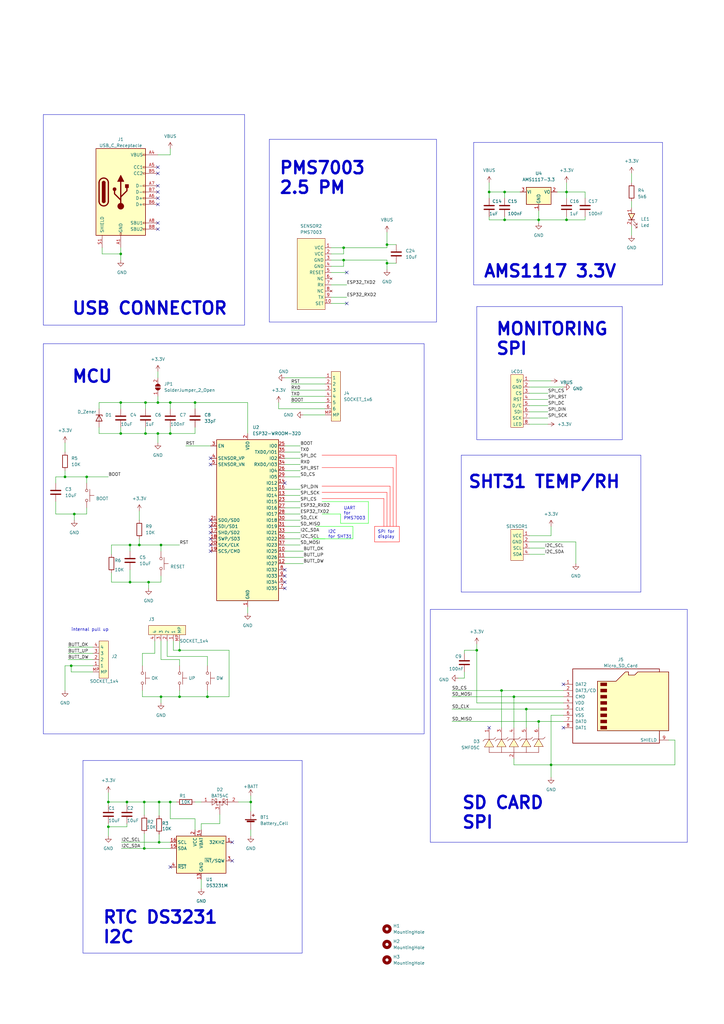
<source format=kicad_sch>
(kicad_sch (version 20230121) (generator eeschema)
  (paper "A3" portrait)
  (junction (at 232.41 78.74))
  (junction (at 44.45 339.09))
  (junction (at 207.01 90.17))
  (junction (at 64.77 177.8))
  (junction (at 69.85 177.8))
  (junction (at 59.69 165.1))
  (junction (at 226.06 313.69))
  (junction (at 80.01 165.1))
  (junction (at 215.9 290.83))
  (junction (at 200.66 78.74))
  (junction (at 59.182 328.93))
  (junction (at 195.58 266.7))
  (junction (at 52.07 328.93))
  (junction (at 210.82 285.75))
  (junction (at 49.53 104.14))
  (junction (at 73.66 285.75))
  (junction (at 85.09 285.75))
  (junction (at 140.97 106.68))
  (junction (at 73.66 266.7))
  (junction (at 65.278 328.93))
  (junction (at 158.75 100.33))
  (junction (at 65.278 345.44))
  (junction (at 158.75 107.95))
  (junction (at 140.97 101.6))
  (junction (at 57.15 223.52))
  (junction (at 69.85 165.1))
  (junction (at 53.34 238.76))
  (junction (at 205.74 283.21))
  (junction (at 59.182 347.98))
  (junction (at 53.34 223.52))
  (junction (at 207.01 78.74))
  (junction (at 49.53 165.1))
  (junction (at 30.48 210.82))
  (junction (at 220.98 90.17))
  (junction (at 66.04 223.52))
  (junction (at 59.69 177.8))
  (junction (at 29.21 273.05))
  (junction (at 64.77 165.1))
  (junction (at 60.96 238.76))
  (junction (at 44.45 328.93))
  (junction (at 232.41 90.17))
  (junction (at 66.04 285.75))
  (junction (at 35.56 195.58))
  (junction (at 26.67 195.58))
  (junction (at 49.53 177.8))
  (junction (at 220.98 295.91))
  (junction (at 102.87 328.93))
  (junction (at 69.85 328.93))
  (no_connect (at 116.84 236.22))
  (no_connect (at 64.77 93.98))
  (no_connect (at 64.77 68.58))
  (no_connect (at 95.25 345.44))
  (no_connect (at 142.24 111.76))
  (no_connect (at 86.36 213.36))
  (no_connect (at 64.77 71.12))
  (no_connect (at 116.84 241.3))
  (no_connect (at 86.36 223.52))
  (no_connect (at 116.84 238.76))
  (no_connect (at 116.84 198.12))
  (no_connect (at 86.36 190.5))
  (no_connect (at 64.77 83.82))
  (no_connect (at 86.36 220.98))
  (no_connect (at 86.36 218.44))
  (no_connect (at 142.24 124.46))
  (no_connect (at 64.77 76.2))
  (no_connect (at 64.77 78.74))
  (no_connect (at 231.14 280.67))
  (no_connect (at 116.84 233.68))
  (no_connect (at 86.36 215.9))
  (no_connect (at 69.85 355.6))
  (no_connect (at 64.77 81.28))
  (no_connect (at 86.36 187.96))
  (no_connect (at 86.36 226.06))
  (no_connect (at 64.77 91.44))
  (no_connect (at 95.25 353.06))
  (no_connect (at 231.14 298.45))
  (no_connect (at 200.66 298.45))
  (wire (pts (xy 158.75 95.25) (xy 158.75 100.33)))
  (wire (pts (xy 69.85 177.8) (xy 69.85 175.26)))
  (wire (pts (xy 185.42 295.91) (xy 220.98 295.91)))
  (wire (pts (xy 142.24 116.84) (xy 135.89 116.84)))
  (wire (pts (xy 217.17 173.99) (xy 224.79 173.99)))
  (wire (pts (xy 259.08 92.71) (xy 259.08 96.52)))
  (wire (pts (xy 80.01 335.788) (xy 69.85 335.788)))
  (wire (pts (xy 53.34 233.68) (xy 53.34 238.76)))
  (wire (pts (xy 73.66 270.51) (xy 73.66 273.05)))
  (wire (pts (xy 200.66 81.28) (xy 200.66 78.74)))
  (polyline (pts (xy 17.78 140.97) (xy 173.99 140.97)))
  (wire (pts (xy 53.34 238.76) (xy 60.96 238.76)))
  (polyline (pts (xy 110.49 57.15) (xy 110.49 132.08)))
  (wire (pts (xy 59.69 165.1) (xy 59.69 167.64)))
  (wire (pts (xy 217.17 163.83) (xy 224.79 163.83)))
  (wire (pts (xy 116.84 220.98) (xy 123.19 220.98)))
  (wire (pts (xy 69.85 328.93) (xy 69.85 335.788)))
  (wire (pts (xy 49.53 165.1) (xy 49.53 167.64)))
  (wire (pts (xy 49.784 345.44) (xy 65.278 345.44)))
  (wire (pts (xy 217.17 166.37) (xy 224.79 166.37)))
  (wire (pts (xy 210.82 285.75) (xy 210.82 298.45)))
  (wire (pts (xy 69.85 60.96) (xy 69.85 63.5)))
  (wire (pts (xy 116.84 205.74) (xy 123.19 205.74)))
  (wire (pts (xy 66.04 270.51) (xy 66.04 262.89)))
  (wire (pts (xy 40.64 177.8) (xy 49.53 177.8)))
  (wire (pts (xy 158.75 107.95) (xy 158.75 110.49)))
  (wire (pts (xy 64.77 165.1) (xy 69.85 165.1)))
  (wire (pts (xy 49.53 177.8) (xy 49.53 175.26)))
  (wire (pts (xy 158.75 107.95) (xy 162.56 107.95)))
  (wire (pts (xy 38.1 275.59) (xy 29.21 275.59)))
  (wire (pts (xy 274.32 303.53) (xy 276.86 303.53)))
  (wire (pts (xy 73.66 270.51) (xy 66.04 270.51)))
  (wire (pts (xy 93.98 285.75) (xy 85.09 285.75)))
  (wire (pts (xy 116.84 213.36) (xy 123.19 213.36)))
  (wire (pts (xy 65.278 345.44) (xy 69.85 345.44)))
  (polyline (pts (xy 271.78 116.84) (xy 271.78 58.42)))
  (polyline (pts (xy 262.89 242.824) (xy 262.89 186.69)))
  (wire (pts (xy 53.34 223.52) (xy 53.34 226.06)))
  (wire (pts (xy 220.98 90.17) (xy 220.98 91.44)))
  (polyline (pts (xy 173.99 140.97) (xy 173.99 300.99)))
  (wire (pts (xy 49.784 347.98) (xy 59.182 347.98)))
  (wire (pts (xy 58.42 267.97) (xy 58.42 273.05)))
  (polyline (pts (xy 189.23 186.69) (xy 189.23 242.824)))
  (wire (pts (xy 232.41 78.74) (xy 228.6 78.74)))
  (polyline (pts (xy 139.7 210.82) (xy 139.7 214.63)) (stroke (width 0) (color 0 255 0 1)))
  (wire (pts (xy 82.55 337.82) (xy 82.55 340.36)))
  (wire (pts (xy 26.67 181.61) (xy 26.67 185.42)))
  (wire (pts (xy 45.72 234.95) (xy 45.72 238.76)))
  (polyline (pts (xy 176.53 249.936) (xy 176.53 345.44)))
  (polyline (pts (xy 129.54 215.9) (xy 144.78 215.9)) (stroke (width 0) (color 0 255 0 1)))
  (wire (pts (xy 40.64 167.64) (xy 40.64 165.1)))
  (wire (pts (xy 119.38 157.48) (xy 133.35 157.48)))
  (polyline (pts (xy 132.08 205.74) (xy 151.13 205.74)) (stroke (width 0) (color 0 255 0 1)))
  (wire (pts (xy 49.53 177.8) (xy 59.69 177.8)))
  (wire (pts (xy 40.64 165.1) (xy 49.53 165.1)))
  (wire (pts (xy 59.69 165.1) (xy 64.77 165.1)))
  (wire (pts (xy 114.3 167.64) (xy 114.3 165.1)))
  (wire (pts (xy 102.87 328.93) (xy 97.79 328.93)))
  (wire (pts (xy 22.86 210.82) (xy 30.48 210.82)))
  (wire (pts (xy 259.08 82.55) (xy 259.08 85.09)))
  (wire (pts (xy 64.77 177.8) (xy 64.77 181.61)))
  (wire (pts (xy 116.84 190.5) (xy 123.19 190.5)))
  (wire (pts (xy 217.17 222.25) (xy 236.22 222.25)))
  (wire (pts (xy 68.58 269.24) (xy 85.09 269.24)))
  (wire (pts (xy 73.66 285.75) (xy 85.09 285.75)))
  (wire (pts (xy 27.94 265.43) (xy 38.1 265.43)))
  (wire (pts (xy 52.07 328.93) (xy 52.07 330.2)))
  (wire (pts (xy 200.66 78.74) (xy 207.01 78.74)))
  (wire (pts (xy 215.9 290.83) (xy 215.9 298.45)))
  (polyline (pts (xy 161.29 191.77) (xy 161.29 215.9)) (stroke (width 0) (color 255 0 0 1)))
  (wire (pts (xy 41.91 104.14) (xy 49.53 104.14)))
  (wire (pts (xy 80.01 177.8) (xy 80.01 175.26)))
  (wire (pts (xy 102.87 332.74) (xy 102.87 328.93)))
  (polyline (pts (xy 158.75 201.93) (xy 158.75 215.9)) (stroke (width 0) (color 255 0 0 1)))
  (polyline (pts (xy 173.99 300.99) (xy 17.78 300.99)))
  (wire (pts (xy 116.84 154.94) (xy 133.35 154.94)))
  (polyline (pts (xy 281.94 345.44) (xy 281.94 249.936)))
  (wire (pts (xy 195.58 264.16) (xy 195.58 266.7)))
  (wire (pts (xy 93.98 266.7) (xy 93.98 285.75)))
  (wire (pts (xy 116.84 193.04) (xy 123.19 193.04)))
  (wire (pts (xy 217.17 161.29) (xy 224.79 161.29)))
  (wire (pts (xy 44.45 339.09) (xy 44.45 342.9)))
  (wire (pts (xy 64.77 152.4) (xy 64.77 154.94)))
  (wire (pts (xy 116.84 200.66) (xy 123.19 200.66)))
  (wire (pts (xy 116.84 210.82) (xy 123.19 210.82)))
  (wire (pts (xy 102.87 340.36) (xy 102.87 342.9)))
  (wire (pts (xy 59.182 341.884) (xy 59.182 347.98)))
  (polyline (pts (xy 189.23 242.824) (xy 262.89 242.824)))
  (wire (pts (xy 41.91 101.6) (xy 41.91 104.14)))
  (wire (pts (xy 101.6 165.1) (xy 80.01 165.1)))
  (wire (pts (xy 135.89 101.6) (xy 140.97 101.6)))
  (wire (pts (xy 217.17 227.33) (xy 223.52 227.33)))
  (wire (pts (xy 276.86 313.69) (xy 226.06 313.69)))
  (wire (pts (xy 190.5 275.59) (xy 190.5 278.13)))
  (wire (pts (xy 45.72 223.52) (xy 53.34 223.52)))
  (wire (pts (xy 232.41 88.9) (xy 232.41 90.17)))
  (polyline (pts (xy 153.67 215.9) (xy 153.67 222.25)) (stroke (width 0) (color 255 0 0 1)))
  (wire (pts (xy 240.03 90.17) (xy 232.41 90.17)))
  (wire (pts (xy 140.97 109.22) (xy 140.97 106.68)))
  (wire (pts (xy 59.182 328.93) (xy 59.182 334.264)))
  (wire (pts (xy 26.67 273.05) (xy 26.67 283.21)))
  (polyline (pts (xy 123.952 390.906) (xy 123.952 311.912)))
  (wire (pts (xy 60.96 238.76) (xy 60.96 241.3)))
  (wire (pts (xy 38.1 273.05) (xy 29.21 273.05)))
  (polyline (pts (xy 100.33 133.35) (xy 100.33 46.99)))
  (polyline (pts (xy 160.02 199.39) (xy 160.02 215.9)) (stroke (width 0) (color 255 0 0 1)))
  (polyline (pts (xy 157.48 204.47) (xy 157.48 215.9)) (stroke (width 0) (color 255 0 0 1)))
  (wire (pts (xy 158.75 106.68) (xy 158.75 107.95)))
  (polyline (pts (xy 195.58 125.73) (xy 255.27 125.73)))
  (wire (pts (xy 35.56 210.82) (xy 30.48 210.82)))
  (wire (pts (xy 210.82 285.75) (xy 231.14 285.75)))
  (wire (pts (xy 158.75 100.33) (xy 162.56 100.33)))
  (wire (pts (xy 210.82 313.69) (xy 226.06 313.69)))
  (wire (pts (xy 69.85 177.8) (xy 80.01 177.8)))
  (wire (pts (xy 116.84 187.96) (xy 123.19 187.96)))
  (wire (pts (xy 226.06 313.69) (xy 226.06 318.77)))
  (wire (pts (xy 69.85 165.1) (xy 80.01 165.1)))
  (wire (pts (xy 217.17 219.71) (xy 226.06 219.71)))
  (wire (pts (xy 73.66 266.7) (xy 93.98 266.7)))
  (wire (pts (xy 59.182 347.98) (xy 69.85 347.98)))
  (wire (pts (xy 116.84 182.88) (xy 123.19 182.88)))
  (wire (pts (xy 195.58 288.29) (xy 195.58 266.7)))
  (polyline (pts (xy 132.08 199.39) (xy 160.02 199.39)) (stroke (width 0) (color 255 0 0 1)))
  (wire (pts (xy 80.01 340.36) (xy 80.01 335.788)))
  (polyline (pts (xy 132.08 201.93) (xy 158.75 201.93)) (stroke (width 0) (color 255 0 0 1)))
  (wire (pts (xy 90.17 337.82) (xy 82.55 337.82)))
  (polyline (pts (xy 144.78 215.9) (xy 144.78 218.44)) (stroke (width 0) (color 0 255 0 1)))
  (wire (pts (xy 140.97 106.68) (xy 158.75 106.68)))
  (wire (pts (xy 236.22 222.25) (xy 236.22 231.14)))
  (polyline (pts (xy 132.08 186.69) (xy 162.56 186.69)) (stroke (width 0) (color 255 0 0 1)))
  (wire (pts (xy 185.42 290.83) (xy 215.9 290.83)))
  (wire (pts (xy 226.06 293.37) (xy 226.06 313.69)))
  (wire (pts (xy 158.75 100.33) (xy 158.75 101.6)))
  (polyline (pts (xy 110.49 132.08) (xy 179.07 132.08)))
  (wire (pts (xy 232.41 90.17) (xy 220.98 90.17)))
  (wire (pts (xy 85.09 269.24) (xy 85.09 273.05)))
  (wire (pts (xy 65.278 328.93) (xy 69.85 328.93)))
  (wire (pts (xy 44.45 337.82) (xy 44.45 339.09)))
  (wire (pts (xy 52.07 337.82) (xy 52.07 339.09)))
  (wire (pts (xy 44.45 328.93) (xy 44.45 330.2)))
  (wire (pts (xy 59.69 177.8) (xy 64.77 177.8)))
  (wire (pts (xy 65.278 342.138) (xy 65.278 345.44)))
  (wire (pts (xy 116.84 218.44) (xy 123.19 218.44)))
  (polyline (pts (xy 151.13 214.63) (xy 151.13 205.74)) (stroke (width 0) (color 0 255 0 1)))
  (wire (pts (xy 58.42 285.75) (xy 66.04 285.75)))
  (wire (pts (xy 135.89 109.22) (xy 140.97 109.22)))
  (wire (pts (xy 205.74 283.21) (xy 205.74 298.45)))
  (wire (pts (xy 207.01 88.9) (xy 207.01 90.17)))
  (wire (pts (xy 119.38 162.56) (xy 133.35 162.56)))
  (wire (pts (xy 66.04 238.76) (xy 66.04 236.22)))
  (wire (pts (xy 101.6 177.8) (xy 101.6 165.1)))
  (wire (pts (xy 30.48 210.82) (xy 30.48 213.36)))
  (wire (pts (xy 116.84 226.06) (xy 124.46 226.06)))
  (polyline (pts (xy 132.08 210.82) (xy 139.7 210.82)) (stroke (width 0) (color 0 255 0 1)))
  (wire (pts (xy 135.89 104.14) (xy 140.97 104.14)))
  (wire (pts (xy 217.17 168.91) (xy 224.79 168.91)))
  (wire (pts (xy 66.04 223.52) (xy 66.04 226.06)))
  (wire (pts (xy 68.58 262.89) (xy 68.58 269.24)))
  (polyline (pts (xy 110.49 57.15) (xy 179.07 57.15)))
  (polyline (pts (xy 144.78 220.98) (xy 128.27 220.98)) (stroke (width 0) (color 0 255 0 1)))
  (polyline (pts (xy 34.036 311.912) (xy 34.036 390.906)))
  (polyline (pts (xy 128.27 220.98) (xy 133.35 220.98)) (stroke (width 0) (color 0 255 0 1)))
  (polyline (pts (xy 144.78 218.44) (xy 144.78 220.98)) (stroke (width 0) (color 0 255 0 1)))
  (wire (pts (xy 82.55 360.68) (xy 82.55 364.49)))
  (wire (pts (xy 35.56 195.58) (xy 44.45 195.58)))
  (wire (pts (xy 210.82 313.69) (xy 210.82 311.15)))
  (polyline (pts (xy 34.036 311.912) (xy 123.952 311.912)))
  (polyline (pts (xy 17.78 140.97) (xy 17.78 300.99)))
  (wire (pts (xy 232.41 74.93) (xy 232.41 78.74)))
  (wire (pts (xy 200.66 90.17) (xy 207.01 90.17)))
  (wire (pts (xy 217.17 156.21) (xy 226.06 156.21)))
  (polyline (pts (xy 132.08 204.47) (xy 157.48 204.47)) (stroke (width 0) (color 255 0 0 1)))
  (wire (pts (xy 60.96 238.76) (xy 66.04 238.76)))
  (wire (pts (xy 240.03 78.74) (xy 232.41 78.74)))
  (wire (pts (xy 44.45 328.93) (xy 52.07 328.93)))
  (wire (pts (xy 45.72 238.76) (xy 53.34 238.76)))
  (wire (pts (xy 63.5 262.89) (xy 63.5 267.97)))
  (wire (pts (xy 200.66 74.93) (xy 200.66 78.74)))
  (wire (pts (xy 133.35 167.64) (xy 114.3 167.64)))
  (wire (pts (xy 40.64 175.26) (xy 40.64 177.8)))
  (wire (pts (xy 73.66 283.21) (xy 73.66 285.75)))
  (wire (pts (xy 116.84 208.28) (xy 123.19 208.28)))
  (wire (pts (xy 135.89 106.68) (xy 140.97 106.68)))
  (wire (pts (xy 116.84 228.6) (xy 124.46 228.6)))
  (polyline (pts (xy 162.56 186.69) (xy 162.56 215.9)) (stroke (width 0) (color 255 0 0 1)))
  (polyline (pts (xy 17.78 46.99) (xy 17.78 133.35)))
  (polyline (pts (xy 17.78 133.35) (xy 100.33 133.35)))
  (wire (pts (xy 26.67 193.04) (xy 26.67 195.58)))
  (wire (pts (xy 85.09 283.21) (xy 85.09 285.75)))
  (polyline (pts (xy 176.53 345.44) (xy 281.94 345.44)))
  (wire (pts (xy 135.89 124.46) (xy 142.24 124.46)))
  (polyline (pts (xy 132.08 191.77) (xy 161.29 191.77)) (stroke (width 0) (color 255 0 0 1)))
  (wire (pts (xy 80.01 165.1) (xy 80.01 167.64)))
  (wire (pts (xy 116.84 195.58) (xy 123.19 195.58)))
  (wire (pts (xy 116.84 185.42) (xy 123.19 185.42)))
  (wire (pts (xy 101.6 248.92) (xy 101.6 251.46)))
  (wire (pts (xy 119.38 160.02) (xy 133.35 160.02)))
  (wire (pts (xy 205.74 283.21) (xy 231.14 283.21)))
  (wire (pts (xy 207.01 78.74) (xy 207.01 81.28)))
  (wire (pts (xy 29.21 273.05) (xy 26.67 273.05)))
  (polyline (pts (xy 144.78 218.44) (xy 144.78 218.44)) (stroke (width 0) (color 0 255 0 1)))
  (polyline (pts (xy 153.67 222.25) (xy 158.75 222.25)) (stroke (width 0) (color 255 0 0 1)))
  (polyline (pts (xy 195.58 125.73) (xy 195.58 180.34)))
  (wire (pts (xy 217.17 224.79) (xy 223.52 224.79)))
  (wire (pts (xy 142.24 121.92) (xy 135.89 121.92)))
  (wire (pts (xy 26.67 195.58) (xy 35.56 195.58)))
  (polyline (pts (xy 163.83 215.9) (xy 153.67 215.9)) (stroke (width 0) (color 255 0 0 1)))
  (wire (pts (xy 49.53 101.6) (xy 49.53 104.14)))
  (wire (pts (xy 135.89 111.76) (xy 142.24 111.76)))
  (wire (pts (xy 52.07 339.09) (xy 44.45 339.09)))
  (wire (pts (xy 185.42 285.75) (xy 210.82 285.75)))
  (wire (pts (xy 90.17 334.01) (xy 90.17 337.82)))
  (wire (pts (xy 190.5 266.7) (xy 195.58 266.7)))
  (wire (pts (xy 140.97 101.6) (xy 158.75 101.6)))
  (wire (pts (xy 29.21 275.59) (xy 29.21 273.05)))
  (wire (pts (xy 73.66 285.75) (xy 66.04 285.75)))
  (wire (pts (xy 102.87 326.39) (xy 102.87 328.93)))
  (polyline (pts (xy 139.7 214.63) (xy 151.13 214.63)) (stroke (width 0) (color 0 255 0 1)))
  (wire (pts (xy 44.45 325.12) (xy 44.45 328.93)))
  (wire (pts (xy 66.04 285.75) (xy 66.04 288.29)))
  (wire (pts (xy 200.66 88.9) (xy 200.66 90.17)))
  (wire (pts (xy 49.53 104.14) (xy 49.53 106.68)))
  (wire (pts (xy 140.97 104.14) (xy 140.97 101.6)))
  (wire (pts (xy 69.85 165.1) (xy 69.85 167.64)))
  (polyline (pts (xy 271.78 58.42) (xy 194.31 58.42)))
  (wire (pts (xy 58.42 283.21) (xy 58.42 285.75)))
  (polyline (pts (xy 255.27 180.34) (xy 195.58 180.34)))
  (wire (pts (xy 35.56 208.28) (xy 35.56 210.82)))
  (wire (pts (xy 45.72 227.33) (xy 45.72 223.52)))
  (wire (pts (xy 22.86 205.74) (xy 22.86 210.82)))
  (polyline (pts (xy 194.31 116.84) (xy 271.78 116.84)))
  (wire (pts (xy 276.86 303.53) (xy 276.86 313.69)))
  (wire (pts (xy 35.56 195.58) (xy 35.56 198.12)))
  (wire (pts (xy 259.08 71.12) (xy 259.08 74.93)))
  (wire (pts (xy 220.98 295.91) (xy 231.14 295.91)))
  (wire (pts (xy 71.12 266.7) (xy 73.66 266.7)))
  (wire (pts (xy 190.5 267.97) (xy 190.5 266.7)))
  (wire (pts (xy 63.5 267.97) (xy 58.42 267.97)))
  (wire (pts (xy 119.38 165.1) (xy 133.35 165.1)))
  (wire (pts (xy 240.03 88.9) (xy 240.03 90.17)))
  (wire (pts (xy 73.66 262.89) (xy 73.66 266.7)))
  (wire (pts (xy 185.42 283.21) (xy 205.74 283.21)))
  (wire (pts (xy 64.77 63.5) (xy 69.85 63.5)))
  (polyline (pts (xy 176.53 249.936) (xy 281.94 249.936)))
  (polyline (pts (xy 255.27 125.73) (xy 255.27 180.34)))
  (wire (pts (xy 27.94 270.51) (xy 38.1 270.51)))
  (wire (pts (xy 240.03 81.28) (xy 240.03 78.74)))
  (wire (pts (xy 59.182 328.93) (xy 65.278 328.93)))
  (wire (pts (xy 116.84 203.2) (xy 123.19 203.2)))
  (wire (pts (xy 207.01 90.17) (xy 220.98 90.17)))
  (wire (pts (xy 116.84 223.52) (xy 123.19 223.52)))
  (wire (pts (xy 49.53 165.1) (xy 59.69 165.1)))
  (wire (pts (xy 217.17 158.75) (xy 231.14 158.75)))
  (polyline (pts (xy 179.07 132.08) (xy 179.07 57.15)))
  (polyline (pts (xy 34.036 390.906) (xy 123.952 390.906)))
  (wire (pts (xy 65.278 328.93) (xy 65.278 334.518)))
  (wire (pts (xy 69.85 328.93) (xy 72.39 328.93)))
  (wire (pts (xy 52.07 328.93) (xy 59.182 328.93)))
  (wire (pts (xy 57.15 220.98) (xy 57.15 223.52)))
  (wire (pts (xy 207.01 78.74) (xy 213.36 78.74)))
  (wire (pts (xy 71.12 262.89) (xy 71.12 266.7)))
  (polyline (pts (xy 153.67 222.25) (xy 163.83 222.25)) (stroke (width 0) (color 255 0 0 1)))
  (wire (pts (xy 190.5 278.13) (xy 187.96 278.13)))
  (polyline (pts (xy 100.33 46.99) (xy 17.78 46.99)))
  (wire (pts (xy 231.14 293.37) (xy 226.06 293.37)))
  (wire (pts (xy 22.86 195.58) (xy 22.86 198.12)))
  (polyline (pts (xy 189.23 186.69) (xy 262.89 186.69)))
  (wire (pts (xy 220.98 86.36) (xy 220.98 90.17)))
  (wire (pts (xy 80.01 328.93) (xy 82.55 328.93)))
  (wire (pts (xy 59.69 177.8) (xy 59.69 175.26)))
  (wire (pts (xy 66.04 223.52) (xy 73.66 223.52)))
  (wire (pts (xy 57.15 209.55) (xy 57.15 213.36)))
  (wire (pts (xy 116.84 231.14) (xy 124.46 231.14)))
  (wire (pts (xy 57.15 223.52) (xy 53.34 223.52)))
  (wire (pts (xy 64.77 177.8) (xy 69.85 177.8)))
  (wire (pts (xy 27.94 267.97) (xy 38.1 267.97)))
  (wire (pts (xy 26.67 195.58) (xy 22.86 195.58)))
  (polyline (pts (xy 163.83 222.25) (xy 163.83 215.9)) (stroke (width 0) (color 255 0 0 1)))
  (wire (pts (xy 64.77 162.56) (xy 64.77 165.1)))
  (wire (pts (xy 217.17 171.45) (xy 224.79 171.45)))
  (wire (pts (xy 232.41 78.74) (xy 232.41 81.28)))
  (wire (pts (xy 66.04 223.52) (xy 57.15 223.52)))
  (wire (pts (xy 220.98 295.91) (xy 220.98 298.45)))
  (wire (pts (xy 76.2 182.88) (xy 86.36 182.88)))
  (wire (pts (xy 231.14 288.29) (xy 195.58 288.29)))
  (polyline (pts (xy 194.31 58.42) (xy 194.31 116.84)))
  (wire (pts (xy 226.06 219.71) (xy 226.06 215.9)))
  (wire (pts (xy 124.46 170.18) (xy 133.35 170.18)))
  (wire (pts (xy 116.84 215.9) (xy 123.19 215.9)))
  (wire (pts (xy 215.9 290.83) (xy 231.14 290.83)))
  (text "internal pull up" (at 29.21 259.08 0) (effects (font (size 1.27 1.27)) (justify left bottom)))
  (text "PMS7003\n2.5 PM" (at 114.3 80.01 0) (effects (font (size 5 5) (thickness 1) bold) (justify left bottom)))
  (text "SD CARD\nSPI" (at 189.23 340.36 0) (effects (font (size 5 5) (thickness 1) bold) (justify left bottom)))
  (text "UART\nfor \nPMS7003" (at 140.97 213.36 0) (effects (font (size 1.27 1.27)) (justify left bottom)))
  (text "SHT31 TEMP/RH" (at 191.77 200.66 0) (effects (font (size 5 5) (thickness 1) bold) (justify left bottom)))
  (text "I2C \nfor SHT31" (at 134.62 220.98 0) (effects (font (size 1.27 1.27)) (justify left bottom)))
  (text "AMS1117 3.3V" (at 198.12 114.3 0) (effects (font (size 5 5) (thickness 1) bold) (justify left bottom)))
  (text "USB CONNECTOR" (at 29.21 129.54 0) (effects (font (size 5 5) (thickness 1) bold) (justify left bottom)))
  (text "SPI for\ndisplay\n" (at 154.94 220.98 0) (effects (font (size 1.27 1.27)) (justify left bottom)))
  (text "RTC DS3231\nI2C" (at 41.91 387.35 0) (effects (font (size 5 5) (thickness 1) bold) (justify left bottom)))
  (text "MONITORING\nSPI" (at 203.2 146.05 0) (effects (font (size 5 5) (thickness 1) bold) (justify left bottom)))
  (text "MCU" (at 29.21 157.48 0) (effects (font (size 5 5) (thickness 1) bold) (justify left bottom)))
  (label "SPI_SCK" (at 123.19 203.2 0))
  (label "I2C_SDA" (at 49.784 347.98 0))
  (label "BUTT_UP" (at 124.46 228.6 0))
  (label "SD_MISO" (at 185.42 295.91 0))
  (label "I2C_SCL" (at 223.52 224.79 0))
  (label "SPI_SCK" (at 224.79 171.45 0))
  (label "I2C_SCL" (at 123.19 220.98 0))
  (label "BUTT_UP" (at 27.94 267.97 0))
  (label "RST" (at 76.2 182.88 0))
  (label "I2C_SCL" (at 49.784 345.44 0))
  (label "SD_MISO" (at 123.19 215.9 0))
  (label "ESP32_TXD2" (at 142.24 116.84 0))
  (label "ESP32_TXD2" (at 123.19 210.82 0))
  (label "BUTT_DW" (at 124.46 231.14 0))
  (label "SPI_DC" (at 224.79 166.37 0))
  (label "BUTT_DW" (at 27.94 270.51 0))
  (label "SD_MOSI" (at 123.19 223.52 0))
  (label "SD_CS" (at 185.42 283.21 0))
  (label "SD_CLK" (at 185.42 290.83 0))
  (label "TX0" (at 119.38 162.56 0))
  (label "I2C_SDA" (at 223.52 227.33 0))
  (label "SPI_RST" (at 123.19 193.04 0))
  (label "RST" (at 119.38 157.48 0))
  (label "SPI_DIN" (at 224.79 168.91 0))
  (label "RX0" (at 123.19 190.5 0))
  (label "SD_CS" (at 123.19 195.58 0))
  (label "RST" (at 73.66 223.52 0))
  (label "BUTT_OK" (at 124.46 226.06 0))
  (label "SPI_DC" (at 123.19 187.96 0))
  (label "SPI_CS" (at 123.19 205.74 0))
  (label "BUTT_OK" (at 27.94 265.43 0))
  (label "SPI_RST" (at 224.79 163.83 0))
  (label "BOOT" (at 119.38 165.1 0))
  (label "ESP32_RXD2" (at 142.24 121.92 0))
  (label "SD_CLK" (at 123.19 213.36 0))
  (label "TX0" (at 123.19 185.42 0))
  (label "I2C_SDA" (at 123.19 218.44 0))
  (label "SPI_CS" (at 224.79 161.29 0))
  (label "ESP32_RXD2" (at 123.19 208.28 0))
  (label "BOOT" (at 123.19 182.88 0))
  (label "RX0" (at 119.38 160.02 0))
  (label "SD_MOSI" (at 185.42 285.75 0))
  (label "SPI_DIN" (at 123.19 200.66 0))
  (label "BOOT" (at 44.45 195.58 0))
  (symbol (lib_id "power:GND") (at 124.46 170.18 270) (unit 1)
    (property "Reference" "#PWR0140" (effects hide))
    (property "Value" "GND" (at 120.396 170.1799 90) (effects (justify right)))
  )
  (symbol (lib_id "Device:C") (at 200.66 85.09 0) (unit 1)
    (property "Reference" "C14" (at 201.93 82.55 0) (effects (justify left)))
    (property "Value" "1uF" (at 200.66 87.63 0) (effects (justify left)))
    (property "Footprint" "IVS_footprints:C_0603" (effects hide))
  )
  (symbol (lib_id "Device:C") (at 232.41 85.09 0) (unit 1)
    (property "Reference" "C16" (at 233.68 82.55 0) (effects (justify left)))
    (property "Value" "1uF" (at 233.68 87.63 0) (effects (justify left)))
    (property "Footprint" "IVS_footprints:C_0603" (effects hide))
  )
  (symbol (lib_id "power:GND") (at 26.67 283.21 0) (unit 1)
    (property "Reference" "#PWR0119" (effects hide))
    (property "Value" "GND" (at 26.67 288.29 0))
  )
  (symbol (lib_id "Device:R") (at 59.182 338.074 180) (unit 1)
    (property "Reference" "R2" (at 61.6966 337.058 0))
    (property "Value" "10K" (at 62.0776 339.217 0))
    (property "Footprint" "IVS_footprints:R0603" (effects hide))
  )
  (symbol (lib_id "power:+3.3V") (at 224.79 173.99 270) (unit 1)
    (property "Reference" "#PWR0103" (effects hide))
    (property "Value" "+3.3V" (at 228.6 173.99 90) (effects (justify left)))
  )
  (symbol (lib_id "Device:C") (at 207.01 85.09 0) (unit 1)
    (property "Reference" "C15" (at 208.28 82.55 0) (effects (justify left)))
    (property "Value" "100nF" (at 208.28 87.63 0) (effects (justify left)))
    (property "Footprint" "IVS_footprints:C_0603" (effects hide))
  )
  (symbol (lib_id "IVS_symbol:SOCKET_1x4") (at 43.18 271.78 0) (mirror y) (unit 1)
    (property "Reference" "J2" (at 45.72 269.2399 0) (effects (justify right)))
    (property "Value" "SOCKET_1x4" (at 36.83 279.4 0) (effects (justify right)))
    (property "Footprint" "IVS_footprints:JST_SH_SM04B-SRSS-TB_1x04-1MP_P1.00mm_Horizontal" (effects hide))
  )
  (symbol (lib_id "power:+3.3V") (at 226.06 215.9 0) (unit 1)
    (property "Reference" "#PWR0104" (effects hide))
    (property "Value" "+3.3V" (at 226.06 210.82 0))
  )
  (symbol (lib_id "Device:C") (at 59.69 171.45 0) (unit 1)
    (property "Reference" "C6" (at 63.5 170.1799 0) (effects (justify left)))
    (property "Value" "1uF" (at 59.69 173.99 0) (effects (justify left)))
    (property "Footprint" "IVS_footprints:C_0603" (effects hide))
  )
  (symbol (lib_id "power:GND") (at 64.77 181.61 0) (unit 1)
    (property "Reference" "#PWR0135" (effects hide))
    (property "Value" "GND" (at 64.77 186.69 0))
  )
  (symbol (lib_id "power:GND") (at 66.04 288.29 0) (unit 1)
    (property "Reference" "#PWR0120" (effects hide))
    (property "Value" "GND" (at 66.04 293.37 0))
  )
  (symbol (lib_id "Device:C") (at 190.5 271.78 0) (unit 1)
    (property "Reference" "C9" (at 186.69 269.24 0) (effects (justify left)))
    (property "Value" "100nF" (at 184.15 274.32 0) (effects (justify left)))
    (property "Footprint" "IVS_footprints:C_0603" (effects hide))
  )
  (symbol (lib_id "Diode:BAT54C") (at 90.17 328.93 0) (unit 1)
    (property "Reference" "D2" (at 90.17 323.85 0))
    (property "Value" "BAT54C" (at 90.17 326.39 0))
    (property "Footprint" "Package_TO_SOT_SMD:SOT-23" (effects hide))
    (property "Datasheet" "http://www.diodes.com/_files/datasheets/ds11005.pdf" (effects hide))
  )
  (symbol (lib_id "power:VBUS") (at 200.66 74.93 0) (unit 1)
    (property "Reference" "#PWR01" (effects hide))
    (property "Value" "VBUS" (at 200.66 69.85 0))
  )
  (symbol (lib_id "power:+3.3V") (at 26.67 181.61 0) (unit 1)
    (property "Reference" "#PWR0124" (effects hide))
    (property "Value" "+3.3V" (at 26.67 176.53 0))
  )
  (symbol (lib_id "power:GND") (at 30.48 213.36 0) (unit 1)
    (property "Reference" "#PWR0128" (effects hide))
    (property "Value" "GND" (at 30.48 218.44 0))
  )
  (symbol (lib_id "IVS_SYMBOL:switch") (at 74.93 278.13 270) (unit 1)
    (property "Reference" "SW4" (effects hide))
    (property "Value" "UP" (at 78.74 278.13 90))
    (property "Footprint" "IVS_footprints:Button_Push_12mm" (effects hide))
  )
  (symbol (lib_id "Mechanical:MountingHole") (at 158.75 393.7 0) (unit 1)
    (property "Reference" "H3" (at 161.29 392.4299 0) (effects (justify left)))
    (property "Value" "MountingHole" (at 161.29 394.9699 0) (effects (justify left)))
    (property "Footprint" "MountingHole:MountingHole_2.2mm_M2_Pad_Via" (effects hide))
  )
  (symbol (lib_id "power:+3.3V") (at 64.77 152.4 0) (unit 1)
    (property "Reference" "#PWR0131" (effects hide))
    (property "Value" "+3.3V" (at 64.77 147.32 0))
  )
  (symbol (lib_id "power:GND") (at 101.6 251.46 0) (unit 1)
    (property "Reference" "#PWR0129" (effects hide))
    (property "Value" "GND" (at 101.6 256.54 0))
  )
  (symbol (lib_id "Timer_RTC:DS3231M") (at 82.55 350.52 0) (unit 1)
    (property "Reference" "U1" (at 84.5059 360.68 0) (effects (justify left)))
    (property "Value" "DS3231M" (at 84.5059 363.22 0) (effects (justify left)))
    (property "Footprint" "Package_SO:SOIC-16W_7.5x10.3mm_P1.27mm" (effects hide))
    (property "Datasheet" "http://datasheets.maximintegrated.com/en/ds/DS3231.pdf" (effects hide))
  )
  (symbol (lib_id "power:+3.3V") (at 44.45 325.12 0) (unit 1)
    (property "Reference" "#PWR06" (effects hide))
    (property "Value" "+3.3V" (at 44.45 320.04 0))
  )
  (symbol (lib_id "Device:C") (at 52.07 334.01 0) (unit 1)
    (property "Reference" "C2" (at 52.07 331.47 0) (effects (justify left)))
    (property "Value" "10uF" (at 52.07 336.55 0) (effects (justify left)))
    (property "Footprint" "IVS_footprints:C_0603" (effects hide))
  )
  (symbol (lib_id "Device:R") (at 76.2 328.93 90) (unit 1)
    (property "Reference" "R1" (at 74.93 326.39 90))
    (property "Value" "10K" (at 76.2 328.93 90))
    (property "Footprint" "IVS_footprints:R0603" (effects hide))
  )
  (symbol (lib_id "power:VBUS") (at 158.75 95.25 0) (unit 1)
    (property "Reference" "#PWR03" (effects hide))
    (property "Value" "VBUS" (at 158.75 90.17 0))
  )
  (symbol (lib_id "Device:C") (at 162.56 104.14 0) (unit 1)
    (property "Reference" "C24" (at 166.37 102.8699 0) (effects (justify left)))
    (property "Value" "10uF" (at 166.37 105.4099 0) (effects (justify left)))
    (property "Footprint" "IVS_footprints:C_0603" (effects hide))
  )
  (symbol (lib_id "power:GND") (at 231.14 158.75 90) (unit 1)
    (property "Reference" "#PWR0123" (effects hide))
    (property "Value" "GND" (at 234.95 159.385 90) (effects (justify right)))
  )
  (symbol (lib_id "Device:C") (at 49.53 171.45 0) (unit 1)
    (property "Reference" "C4" (at 53.34 170.1799 0) (effects (justify left)))
    (property "Value" "10uF" (at 49.53 173.99 0) (effects (justify left)))
    (property "Footprint" "IVS_footprints:C_0603" (effects hide))
  )
  (symbol (lib_id "power:GND") (at 220.98 91.44 0) (unit 1)
    (property "Reference" "#PWR0117" (effects hide))
    (property "Value" "GND" (at 220.98 96.52 0))
  )
  (symbol (lib_id "Device:R") (at 26.67 189.23 0) (unit 1)
    (property "Reference" "R5" (at 29.21 187.9599 0) (effects (justify left)))
    (property "Value" "10K" (at 29.21 190.4999 0) (effects (justify left)))
    (property "Footprint" "IVS_footprints:R0603" (effects hide))
  )
  (symbol (lib_id "IVS_SYMBOL:LCD_TFT_ILI9341") (at 209.55 175.26 0) (unit 1)
    (property "Reference" "LCD1" (at 212.09 152.4 0))
    (property "Value" "~" (at 210.82 152.4 0))
    (property "Footprint" "IVS_footprints:JST_SH_SM08B-SRSS-TB_1x08-1MP_P1.00mm_Horizontal" (effects hide))
  )
  (symbol (lib_id "IVS_symbol:PMS7003") (at 133.35 97.79 0) (unit 1)
    (property "Reference" "SENSOR2" (at 127.635 92.71 0))
    (property "Value" "PMS7003" (at 127.635 95.25 0))
    (property "Footprint" "IVS_footprints:PMS7003" (effects hide))
    (property "Datasheet" "https://download.kamami.pl/p564008-PMS7003%20series%20data%20manua_English_V2.5.pdf" (effects hide))
  )
  (symbol (lib_id "power:GND") (at 60.96 241.3 0) (unit 1)
    (property "Reference" "#PWR0133" (effects hide))
    (property "Value" "GND" (at 60.96 246.38 0))
  )
  (symbol (lib_id "IVS_symbols:SMF05C") (at 210.82 300.99 0) (unit 1)
    (property "Reference" "D3" (at 196.85 304.1015 0) (effects (justify right)))
    (property "Value" "SMF05C" (at 196.85 306.6415 0) (effects (justify right)))
    (property "Footprint" "IVS_footprints:TSSOP-6" (effects hide))
    (property "Datasheet" "https://www.onsemi.com/pdf/datasheet/smf05c-d.pdf" (effects hide))
  )
  (symbol (lib_name "SOCKET_1x4_1") (lib_id "IVS_symbol:SOCKET_1x4") (at 69.85 257.81 90) (mirror x) (unit 1)
    (property "Reference" "J3" (at 60.96 254 90) (effects (justify right)))
    (property "Value" "SOCKET_1x4" (at 73.66 262.89 90) (effects (justify right)))
    (property "Footprint" "IVS_footprints:JST_SH_SM04B-SRSS-TB_1x04-1MP_P1.00mm_Horizontal" (effects hide))
  )
  (symbol (lib_id "RF_Module:ESP32-WROOM-32D") (at 101.6 213.36 0) (unit 1)
    (property "Reference" "U2" (at 103.6194 175.26 0) (effects (justify left)))
    (property "Value" "ESP32-WROOM-32D" (at 103.6194 177.8 0) (effects (justify left)))
    (property "Footprint" "IVS_footprints:ESP32-WROOM-32" (effects hide))
    (property "Datasheet" "https://www.espressif.com/sites/default/files/documentation/esp32-wroom-32d_esp32-wroom-32u_datasheet_en.pdf" (effects hide))
  )
  (symbol (lib_id "Device:C") (at 22.86 201.93 0) (unit 1)
    (property "Reference" "C3" (at 26.67 200.6599 0) (effects (justify left)))
    (property "Value" "10uF" (at 26.67 203.1999 0) (effects (justify left)))
    (property "Footprint" "IVS_footprints:C_0603" (effects hide))
  )
  (symbol (lib_id "Regulator_Linear:AMS1117-3.3") (at 220.98 78.74 0) (unit 1)
    (property "Reference" "U4" (at 220.98 71.12 0))
    (property "Value" "AMS1117-3.3" (at 220.98 73.66 0))
    (property "Footprint" "Package_TO_SOT_SMD:SOT-223-3_TabPin2" (effects hide))
    (property "Datasheet" "http://www.advanced-monolithic.com/pdf/ds1117.pdf" (effects hide))
  )
  (symbol (lib_id "power:+3.3V") (at 57.15 209.55 0) (unit 1)
    (property "Reference" "#PWR0134" (effects hide))
    (property "Value" "+3.3V" (at 57.15 204.47 0))
  )
  (symbol (lib_id "Device:C") (at 240.03 85.09 0) (unit 1)
    (property "Reference" "C17" (at 241.3 82.55 0) (effects (justify left)))
    (property "Value" "100nF" (at 241.3 87.63 0) (effects (justify left)))
    (property "Footprint" "IVS_footprints:C_0603" (effects hide))
  )
  (symbol (lib_id "power:GND") (at 116.84 154.94 270) (unit 1)
    (property "Reference" "#PWR0130" (effects hide))
    (property "Value" "GND" (at 114.3 152.4 90) (effects (justify left)))
  )
  (symbol (lib_id "Device:R") (at 65.278 338.328 180) (unit 1)
    (property "Reference" "R3" (at 67.818 337.7184 0))
    (property "Value" "10K" (at 68.453 339.8774 0))
    (property "Footprint" "IVS_footprints:R0603" (effects hide))
  )
  (symbol (lib_id "power:GND") (at 102.87 342.9 0) (unit 1)
    (property "Reference" "#PWR08" (effects hide))
    (property "Value" "GND" (at 102.87 347.98 0))
  )
  (symbol (lib_id "power:VBUS") (at 69.85 60.96 0) (unit 1)
    (property "Reference" "#PWR04" (effects hide))
    (property "Value" "VBUS" (at 69.85 55.88 0))
  )
  (symbol (lib_id "Device:R") (at 45.72 231.14 0) (unit 1)
    (property "Reference" "R6" (at 46.99 229.87 0) (effects (justify left)))
    (property "Value" "10K" (at 46.99 233.68 0) (effects (justify left)))
    (property "Footprint" "IVS_footprints:R0603" (effects hide))
  )
  (symbol (lib_id "Symbols_ivs:USB_C_Receptacle") (at 49.53 78.74 0) (unit 1)
    (property "Reference" "J1" (at 49.53 57.15 0))
    (property "Value" "USB_C_Receptacle" (at 49.53 59.69 0))
    (property "Footprint" "IVS_footprints:USB_C_Receptacle_XKB_U262-16XN-4BVC11" (effects hide))
    (property "Datasheet" "https://www.usb.org/sites/default/files/documents/usb_type-c.zip" (effects hide))
  )
  (symbol (lib_id "power:GND") (at 158.75 110.49 0) (unit 1)
    (property "Reference" "#PWR0121" (effects hide))
    (property "Value" "GND" (at 158.75 115.57 0))
  )
  (symbol (lib_id "IVS_SYMBOL:switch") (at 59.69 278.13 270) (unit 1)
    (property "Reference" "SW2" (effects hide))
    (property "Value" "OK" (at 63.5 278.13 90))
    (property "Footprint" "IVS_footprints:Button_Push_12mm" (effects hide))
  )
  (symbol (lib_id "Device:C") (at 80.01 171.45 0) (unit 1)
    (property "Reference" "C8" (at 83.82 170.1799 0) (effects (justify left)))
    (property "Value" "33pF" (at 83.82 172.7199 0) (effects (justify left)))
    (property "Footprint" "IVS_footprints:C_0603" (effects hide))
  )
  (symbol (lib_id "power:GND") (at 259.08 96.52 0) (unit 1)
    (property "Reference" "#PWR011" (effects hide))
    (property "Value" "GND" (at 259.08 101.6 0))
  )
  (symbol (lib_id "power:+BATT") (at 102.87 326.39 0) (unit 1)
    (property "Reference" "#PWR010" (effects hide))
    (property "Value" "+BATT" (at 102.87 322.58 0))
  )
  (symbol (lib_id "Connector:Micro_SD_Card") (at 254 288.29 0) (unit 1)
    (property "Reference" "J5" (at 254.635 270.51 0))
    (property "Value" "Micro_SD_Card" (at 254.635 273.05 0))
    (property "Footprint" "IVS_footprints:MicroSD_Socket_9P" (effects hide))
    (property "Datasheet" "http://katalog.we-online.de/em/datasheet/693072010801.pdf" (effects hide))
  )
  (symbol (lib_id "IVS_symbols:Led") (at 259.08 90.17 90) (unit 1)
    (property "Reference" "LE1" (at 262.89 89.8525 90) (effects (justify right)))
    (property "Value" "Led" (at 262.89 92.3925 90) (effects (justify right)))
    (property "Footprint" "IVS_footprints:LED0603" (effects hide))
  )
  (symbol (lib_id "Device:C") (at 53.34 229.87 0) (unit 1)
    (property "Reference" "C5" (at 57.15 228.5999 0) (effects (justify left)))
    (property "Value" "10uF" (at 57.15 231.1399 0) (effects (justify left)))
    (property "Footprint" "IVS_footprints:C_0603" (effects hide))
  )
  (symbol (lib_id "Switch:SW_Push") (at 66.04 231.14 270) (unit 1)
    (property "Reference" "SW3" (effects hide))
    (property "Value" "RESET" (at 69.85 232.4099 90) (effects (justify left)))
    (property "Footprint" "IVS_footprints:SW_SPST_PTS810" (effects hide))
  )
  (symbol (lib_id "power:GND") (at 236.22 231.14 0) (unit 1)
    (property "Reference" "#PWR0105" (effects hide))
    (property "Value" "GND" (at 236.22 236.22 0))
  )
  (symbol (lib_id "power:+3.3V") (at 114.3 165.1 0) (unit 1)
    (property "Reference" "#PWR0132" (effects hide))
    (property "Value" "+3.3V" (at 114.3 160.02 0))
  )
  (symbol (lib_id "power:+3.3V") (at 195.58 264.16 0) (unit 1)
    (property "Reference" "#PWR014" (effects hide))
    (property "Value" "+3.3V" (at 195.58 259.08 0))
  )
  (symbol (lib_id "power:GND") (at 82.55 364.49 0) (unit 1)
    (property "Reference" "#PWR09" (effects hide))
    (property "Value" "GND" (at 82.55 369.57 0))
  )
  (symbol (lib_id "power:VBUS") (at 226.06 156.21 270) (unit 1)
    (property "Reference" "#PWR02" (effects hide))
    (property "Value" "VBUS" (at 229.87 156.845 90) (effects (justify left)))
  )
  (symbol (lib_id "power:+3.3V") (at 259.08 71.12 0) (unit 1)
    (property "Reference" "#PWR012" (effects hide))
    (property "Value" "+3.3V" (at 259.08 66.04 0))
  )
  (symbol (lib_id "Jumper:SolderJumper_2_Open") (at 64.77 158.75 90) (unit 1)
    (property "Reference" "JP1" (at 67.31 157.4799 90) (effects (justify right)))
    (property "Value" "SolderJumper_2_Open" (at 67.31 160.0199 90) (effects (justify right)))
    (property "Footprint" "Jumper:SolderJumper-2_P1.3mm_Open_Pad1.0x1.5mm" (effects hide))
  )
  (symbol (lib_id "power:GND") (at 44.45 342.9 0) (unit 1)
    (property "Reference" "#PWR07" (effects hide))
    (property "Value" "GND" (at 44.45 347.98 0))
  )
  (symbol (lib_id "Device:R") (at 57.15 217.17 0) (unit 1)
    (property "Reference" "R9" (at 59.69 215.8999 0) (effects (justify left)))
    (property "Value" "10K" (at 59.69 218.4399 0) (effects (justify left)))
    (property "Footprint" "IVS_footprints:R0603" (effects hide))
  )
  (symbol (lib_id "IVS_symbol:SOCKET_1x6") (at 138.43 161.29 0) (mirror y) (unit 1)
    (property "Reference" "J4" (at 140.97 161.2899 0) (effects (justify right)))
    (property "Value" "SOCKET_1x6" (at 140.97 163.8299 0) (effects (justify right)))
    (property "Footprint" "IVS_footprints:JST_SH_SM06B-SRSS-TB_1x06-1MP_P1.00mm_Horizontal" (effects hide))
  )
  (symbol (lib_id "Device:D_Zener") (at 40.64 171.45 270) (unit 1)
    (property "Reference" "D1" (at 43.18 170.1799 90) (effects (justify left)))
    (property "Value" "D_Zener" (at 31.75 168.91 90) (effects (justify left)))
    (property "Footprint" "IVS_footprints:D_MiniMELF" (effects hide))
  )
  (symbol (lib_id "Switch:SW_Push") (at 35.56 203.2 270) (unit 1)
    (property "Reference" "SW1" (effects hide))
    (property "Value" "BOOT" (at 39.37 204.4699 90) (effects (justify left)))
    (property "Footprint" "IVS_footprints:SW_SPST_PTS810" (effects hide))
  )
  (symbol (lib_id "Device:Battery_Cell") (at 102.87 337.82 0) (unit 1)
    (property "Reference" "BT1" (at 106.68 335.153 0) (effects (justify left)))
    (property "Value" "Battery_Cell" (at 106.68 337.693 0) (effects (justify left)))
    (property "Footprint" "IVS_footprints:BatteryHolder_CR1220" (effects hide))
  )
  (symbol (lib_id "Mechanical:MountingHole") (at 158.75 381 0) (unit 1)
    (property "Reference" "H1" (at 161.29 379.7299 0) (effects (justify left)))
    (property "Value" "MountingHole" (at 161.29 382.2699 0) (effects (justify left)))
    (property "Footprint" "MountingHole:MountingHole_2.2mm_M2_Pad_Via" (effects hide))
  )
  (symbol (lib_id "power:+3.3V") (at 232.41 74.93 0) (unit 1)
    (property "Reference" "#PWR0101" (effects hide))
    (property "Value" "+3.3V" (at 232.41 69.85 0))
  )
  (symbol (lib_id "Device:C") (at 44.45 334.01 0) (unit 1)
    (property "Reference" "C1" (at 44.45 331.47 0) (effects (justify left)))
    (property "Value" "10uF" (at 44.45 336.55 0) (effects (justify left)))
    (property "Footprint" "IVS_footprints:C_0603" (effects hide))
  )
  (symbol (lib_id "Device:R") (at 259.08 78.74 0) (unit 1)
    (property "Reference" "R4" (at 261.62 78.105 0) (effects (justify left)))
    (property "Value" "5k6" (at 261.62 80.645 0) (effects (justify left)))
    (property "Footprint" "IVS_footprints:R0603" (effects hide))
  )
  (symbol (lib_id "Device:C") (at 69.85 171.45 0) (unit 1)
    (property "Reference" "C7" (at 73.66 170.1799 0) (effects (justify left)))
    (property "Value" "100nF" (at 69.85 173.99 0) (effects (justify left)))
    (property "Footprint" "IVS_footprints:C_0603" (effects hide))
  )
  (symbol (lib_id "IVS_SYMBOL:switch") (at 86.36 278.13 270) (unit 1)
    (property "Reference" "SW5" (effects hide))
    (property "Value" "DW" (at 90.17 278.13 90))
    (property "Footprint" "IVS_footprints:Button_Push_12mm" (effects hide))
  )
  (symbol (lib_id "power:GND") (at 49.53 106.68 0) (unit 1)
    (property "Reference" "#PWR05" (effects hide))
    (property "Value" "GND" (at 52.07 111.76 0) (effects (justify right)))
  )
  (symbol (lib_id "IVS_SYMBOL:SHT31") (at 209.55 229.87 0) (unit 1)
    (property "Reference" "SENSOR1" (at 212.09 215.9 0))
    (property "Value" "~" (at 213.36 227.33 0))
    (property "Footprint" "IVS_footprints:JST_SH_SM04B-SRSS-TB_1x04-1MP_P1.00mm_Horizontal" (effects hide))
  )
  (symbol (lib_id "power:GND") (at 226.06 318.77 0) (unit 1)
    (property "Reference" "#PWR013" (effects hide))
    (property "Value" "GND" (at 226.06 323.85 0))
  )
  (symbol (lib_id "power:GND") (at 187.96 278.13 270) (unit 1)
    (property "Reference" "#PWR015" (effects hide))
    (property "Value" "GND" (at 184.15 278.765 90) (effects (justify right)))
  )
  (symbol (lib_id "Mechanical:MountingHole") (at 158.75 387.35 0) (unit 1)
    (property "Reference" "H2" (at 161.29 386.0799 0) (effects (justify left)))
    (property "Value" "MountingHole" (at 161.29 388.6199 0) (effects (justify left)))
    (property "Footprint" "MountingHole:MountingHole_2.2mm_M2_Pad_Via" (effects hide))
  )
)
</source>
